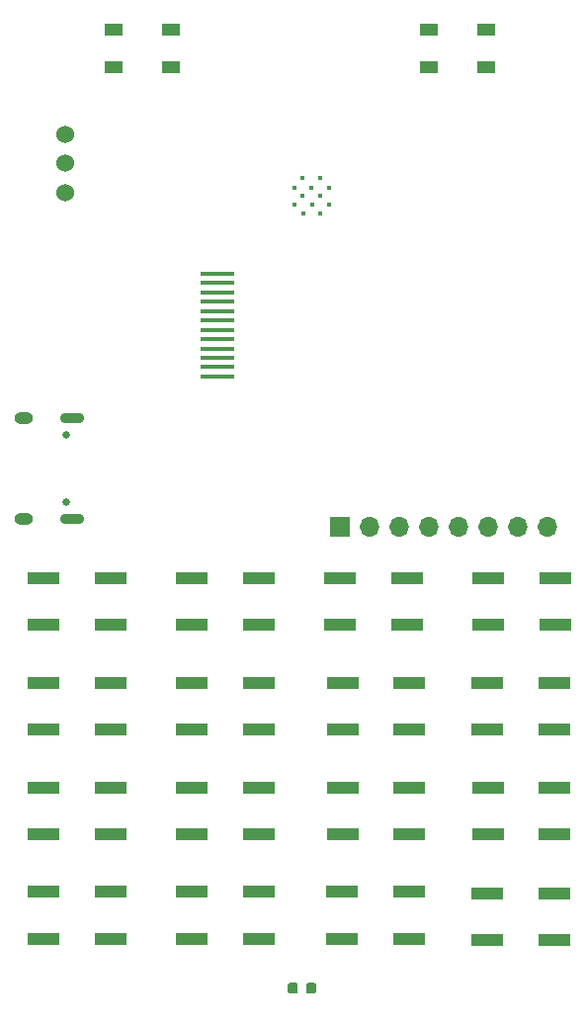
<source format=gbr>
%TF.GenerationSoftware,KiCad,Pcbnew,(5.1.12)-1*%
%TF.CreationDate,2022-08-12T17:27:40+02:00*%
%TF.ProjectId,upitchuS2,75706974-6368-4755-9332-2e6b69636164,1.1*%
%TF.SameCoordinates,Original*%
%TF.FileFunction,Soldermask,Top*%
%TF.FilePolarity,Negative*%
%FSLAX46Y46*%
G04 Gerber Fmt 4.6, Leading zero omitted, Abs format (unit mm)*
G04 Created by KiCad (PCBNEW (5.1.12)-1) date 2022-08-12 17:27:40*
%MOMM*%
%LPD*%
G01*
G04 APERTURE LIST*
%ADD10R,2.750000X1.000000*%
%ADD11R,1.500000X1.000000*%
%ADD12R,3.000000X0.400000*%
%ADD13O,1.600000X1.000000*%
%ADD14O,2.100000X0.900000*%
%ADD15C,0.650000*%
%ADD16R,1.700000X1.700000*%
%ADD17O,1.700000X1.700000*%
%ADD18C,1.524000*%
%ADD19C,0.400000*%
G04 APERTURE END LIST*
D10*
%TO.C,SW105*%
X124175000Y-103900000D03*
X129925000Y-103900000D03*
X129925000Y-99900000D03*
X124175000Y-99900000D03*
%TD*%
%TO.C,D1*%
G36*
G01*
X106987000Y-135256250D02*
X106987000Y-134743750D01*
G75*
G02*
X107205750Y-134525000I218750J0D01*
G01*
X107643250Y-134525000D01*
G75*
G02*
X107862000Y-134743750I0J-218750D01*
G01*
X107862000Y-135256250D01*
G75*
G02*
X107643250Y-135475000I-218750J0D01*
G01*
X107205750Y-135475000D01*
G75*
G02*
X106987000Y-135256250I0J218750D01*
G01*
G37*
G36*
G01*
X108562000Y-135256250D02*
X108562000Y-134743750D01*
G75*
G02*
X108780750Y-134525000I218750J0D01*
G01*
X109218250Y-134525000D01*
G75*
G02*
X109437000Y-134743750I0J-218750D01*
G01*
X109437000Y-135256250D01*
G75*
G02*
X109218250Y-135475000I-218750J0D01*
G01*
X108780750Y-135475000D01*
G75*
G02*
X108562000Y-135256250I0J218750D01*
G01*
G37*
%TD*%
D11*
%TO.C,D101*%
X123950000Y-56100000D03*
X123950000Y-52900000D03*
X119050000Y-56100000D03*
X119050000Y-52900000D03*
%TD*%
%TO.C,D102*%
X92050000Y-52900000D03*
X92050000Y-56100000D03*
X96950000Y-52900000D03*
X96950000Y-56100000D03*
%TD*%
D12*
%TO.C,U4*%
X101000000Y-82600000D03*
X101000000Y-81800000D03*
X101000000Y-81000000D03*
X101000000Y-80200000D03*
X101000000Y-79400000D03*
X101000000Y-78600000D03*
X101000000Y-74600000D03*
X101000000Y-77800000D03*
X101000000Y-73800000D03*
X101000000Y-76200000D03*
X101000000Y-77000000D03*
X101000000Y-75400000D03*
%TD*%
D13*
%TO.C,J101*%
X84330000Y-94820000D03*
X84330000Y-86180000D03*
D14*
X88510000Y-94820000D03*
X88510000Y-86180000D03*
D15*
X88010000Y-93390000D03*
X88010000Y-87610000D03*
%TD*%
D10*
%TO.C,SW101*%
X86075000Y-121800000D03*
X91825000Y-121800000D03*
X91825000Y-117800000D03*
X86075000Y-117800000D03*
%TD*%
%TO.C,SW102*%
X86050000Y-130750000D03*
X91800000Y-130750000D03*
X91800000Y-126750000D03*
X86050000Y-126750000D03*
%TD*%
%TO.C,SW103*%
X86075000Y-108850000D03*
X91825000Y-108850000D03*
X91825000Y-112850000D03*
X86075000Y-112850000D03*
%TD*%
%TO.C,SW104*%
X86075000Y-103900000D03*
X91825000Y-103900000D03*
X91825000Y-99900000D03*
X86075000Y-99900000D03*
%TD*%
%TO.C,SW106*%
X98775000Y-117800000D03*
X104525000Y-117800000D03*
X104525000Y-121800000D03*
X98775000Y-121800000D03*
%TD*%
%TO.C,SW107*%
X98750000Y-126750000D03*
X104500000Y-126750000D03*
X104500000Y-130750000D03*
X98750000Y-130750000D03*
%TD*%
%TO.C,SW108*%
X98775000Y-112850000D03*
X104525000Y-112850000D03*
X104525000Y-108850000D03*
X98775000Y-108850000D03*
%TD*%
%TO.C,SW109*%
X98775000Y-99900000D03*
X104525000Y-99900000D03*
X104525000Y-103900000D03*
X98775000Y-103900000D03*
%TD*%
%TO.C,SW110*%
X124050000Y-108850000D03*
X129800000Y-108850000D03*
X129800000Y-112850000D03*
X124050000Y-112850000D03*
%TD*%
%TO.C,SW111*%
X111675000Y-117800000D03*
X117425000Y-117800000D03*
X117425000Y-121800000D03*
X111675000Y-121800000D03*
%TD*%
%TO.C,SW112*%
X111650000Y-126750000D03*
X117400000Y-126750000D03*
X117400000Y-130750000D03*
X111650000Y-130750000D03*
%TD*%
%TO.C,SW113*%
X111675000Y-108850000D03*
X117425000Y-108850000D03*
X117425000Y-112850000D03*
X111675000Y-112850000D03*
%TD*%
%TO.C,SW114*%
X111475000Y-103900000D03*
X117225000Y-103900000D03*
X117225000Y-99900000D03*
X111475000Y-99900000D03*
%TD*%
%TO.C,SW115*%
X124125000Y-121800000D03*
X129875000Y-121800000D03*
X129875000Y-117800000D03*
X124125000Y-117800000D03*
%TD*%
D16*
%TO.C,J102*%
X111500000Y-95500000D03*
D17*
X114040000Y-95500000D03*
X116580000Y-95500000D03*
X119120000Y-95500000D03*
X121660000Y-95500000D03*
X124200000Y-95500000D03*
X126740000Y-95500000D03*
X129280000Y-95500000D03*
%TD*%
D10*
%TO.C,SW116*%
X124100000Y-126850000D03*
X129850000Y-126850000D03*
X129850000Y-130850000D03*
X124100000Y-130850000D03*
%TD*%
D18*
%TO.C,SW117*%
X87950000Y-64350000D03*
X87950000Y-61850000D03*
X87950000Y-66850000D03*
%TD*%
D19*
%TO.C,U102*%
X108254000Y-67074000D03*
X109778000Y-68598000D03*
X109066800Y-67886800D03*
X108304800Y-68598000D03*
X109778000Y-65600800D03*
X109778000Y-67124800D03*
X110540000Y-67886800D03*
X108254000Y-65600800D03*
X110540000Y-66413600D03*
X109016000Y-66413600D03*
X107542800Y-66413600D03*
X107542800Y-67886800D03*
%TD*%
M02*

</source>
